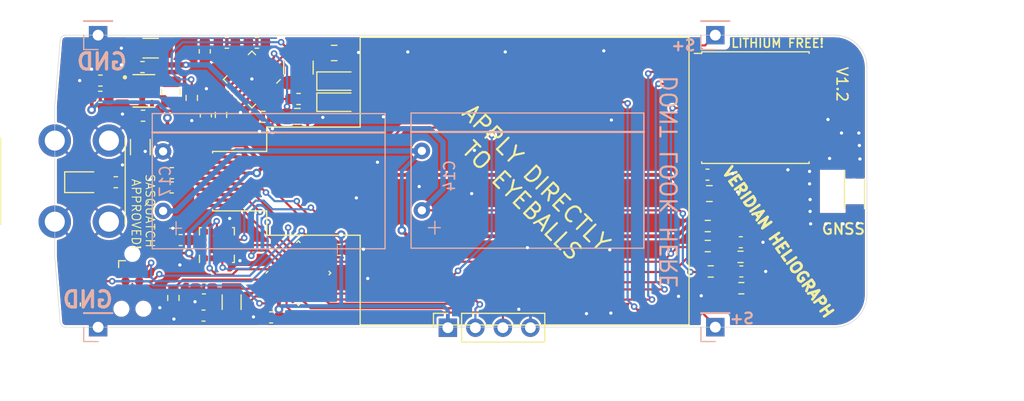
<source format=kicad_pcb>
(kicad_pcb (version 20211014) (generator pcbnew)
  (layers (0 "F.Cu" signal) (31 "B.Cu" signal) (34 "B.Paste" user) (35 "F.Paste" user) (36 "B.SilkS" user "B.Silkscreen") (37 "F.SilkS" user "F.Silkscreen") (38 "B.Mask" user) (39 "F.Mask" user) (44 "Edge.Cuts" user))
  (net 0 "")
  (net 1 "GND")
  (net 2 "VBAT_SENSE")
  (net 3 "VDD")
  (net 4 "VSTOR")
  (net 5 "GPS_EXINT")
  (net 6 "Net-(C4-Pad1)")
  (net 7 "Net-(C10-Pad1)")
  (net 8 "DISP_CS")
  (net 9 "EXTCOMIN")
  (net 11 "GPS_UART_MOSI")
  (net 12 "GPS_UART_MISO")
  (net 13 "Net-(D2-Pad2)")
  (net 14 "LED")
  (net 15 "/GPS_RF")
  (net 16 "VBAT")
  (net 17 "DISP_EN")
  (net 18 "Net-(R4-Pad1)")
  (net 19 "Net-(L2-Pad2)")
  (net 20 "Net-(L2-Pad1)")
  (net 21 "Net-(C6-Pad1)")
  (net 22 "Net-(L3-Pad2)")
  (net 23 "Net-(ROV3-Pad1)")
  (net 24 "Net-(ROV4-Pad1)")
  (net 34 "SOLAR_SENSE1")
  (net 35 "RESET")
  (net 37 "VBATMID")
  (net 38 "VBATMID_SENSE")
  (net 54 "/SWDIO")
  (net 55 "SPI_MOSI")
  (net 56 "SPI_CLK")
  (net 57 "SPI_MISO")
  (net 58 "LIS_INT")
  (net 59 "LIS_CS")
  (net 60 "SOLAR+")
  (net 61 "Net-(D1-Pad2)")
  (net 62 "Net-(D3-Pad2)")
  (net 63 "BOOT0")
  (net 65 "SWO")
  (footprint "Capacitor_SMD:C_1206_3216Metric" (layer "F.Cu") (at 57.85 51.2)
    (fp_text reference "C12" hide)
    (fp_text value "47uF")
  )
  (footprint "Resistor_SMD:R_0603_1608Metric" (layer "F.Cu") (at 54.6375 63.6 180)
    (fp_text reference "R3" hide)
    (fp_text value "390")
  )
  (footprint "Diode_SMD:D_0805_2012Metric" (layer "F.Cu") (at 51.6 63.6)
    (fp_text reference "D2" hide)
    (fp_text value "LED")
  )
  (footprint "Capacitor_SMD:C_0603_1608Metric" (layer "F.Cu") (at 57.15 57.45)
    (fp_text reference "C5" hide)
    (fp_text value "10nF")
  )
  (footprint "Capacitor_SMD:C_1206_3216Metric" (layer "F.Cu") (at 56.9 60.35 90)
    (fp_text reference "C7" hide)
    (fp_text value "47uF")
  )
  (footprint "Capacitor_SMD:C_0603_1608Metric" (layer "F.Cu") (at 57.1 52.95)
    (fp_text reference "C8" hide)
    (fp_text value "1uF")
  )
  (footprint "Resistor_SMD:R_0603_1608Metric" (layer "F.Cu") (at 53.2 55.7 180)
    (fp_text reference "R4" hide)
    (fp_text value "432k")
  )
  (footprint "Resistor_SMD:R_0603_1608Metric" (layer "F.Cu") (at 53.2125 54.2)
    (fp_text reference "R5" hide)
    (fp_text value "91k")
  )
  (footprint "Margo_Lib:VREG_TPS63802DLAR" (layer "F.Cu") (at 57.225 55.15)
    (fp_text reference "U7" hide)
    (fp_text value "TPS63802")
  )
  (footprint "Inductor_SMD:L_0806_2016Metric" (layer "F.Cu") (at 59.725 55.25 -90)
    (fp_text reference "L2" hide)
    (fp_text value "0.47uH")
  )
  (footprint "Capacitor_SMD:C_0805_2012Metric" (layer "F.Cu") (at 74.8 51.65)
    (fp_text reference "C3" hide)
    (fp_text value "4.7uF")
  )
  (footprint "Capacitor_SMD:C_0603_1608Metric" (layer "F.Cu") (at 67.6625 50.7 180)
    (fp_text reference "C6" hide)
    (fp_text value "10nF")
  )
  (footprint "Capacitor_SMD:C_0603_1608Metric" (layer "F.Cu") (at 71.5125 55.9 180)
    (fp_text reference "C19" hide)
    (fp_text value "10nF")
  )
  (footprint "Inductor_SMD:L_1210_3225Metric" (layer "F.Cu") (at 71.5 53 -90)
    (fp_text reference "L3" hide)
    (fp_text value "22uH")
  )
  (footprint "Resistor_SMD:R_0603_1608Metric" (layer "F.Cu") (at 64.8875 50.7)
    (fp_text reference "ROV3" hide)
    (fp_text value "4.30M")
  )
  (footprint "Resistor_SMD:R_0603_1608Metric" (layer "F.Cu") (at 62.85 51.5 90)
    (fp_text reference "ROV4" hide)
    (fp_text value "8.66M")
  )
  (footprint "Capacitor_SMD:C_0603_1608Metric" (layer "F.Cu") (at 59.8 62.76)
    (fp_text reference "C9" hide)
    (fp_text value "1uF")
  )
  (footprint "Capacitor_SMD:C_0603_1608Metric" (layer "F.Cu") (at 59.7875 64.08)
    (fp_text reference "C20" hide)
    (fp_text value "1uF")
  )
  (footprint "Capacitor_SMD:C_0603_1608Metric" (layer "F.Cu") (at 68.2625 57.55)
    (fp_text reference "C15" hide)
    (fp_text value "10nF")
  )
  (footprint "Capacitor_SMD:C_0805_2012Metric" (layer "F.Cu") (at 71.4 57.51 180)
    (fp_text reference "C2" hide)
    (fp_text value "4.7uF")
  )
  (footprint "Capacitor_SMD:C_0603_1608Metric" (layer "F.Cu") (at 68.975 76.1 180)
    (fp_text reference "C25" hide)
    (fp_text value "1uF")
  )
  (footprint "Heliograph:M4_RA_7792" (layer "F.Cu") (at 49 63.5 -90)
    (fp_text reference "J7" hide)
    (fp_text value "Screw_Terminal_01x01")
  )
  (footprint "Capacitor_SMD:C_0603_1608Metric" (layer "F.Cu") (at 60.625 68.95)
    (fp_text reference "C26" hide)
    (fp_text value "1uF")
  )
  (footprint "Package_LGA:LGA-16_3x3mm_P0.5mm_LayoutBorder3x5y" (layer "F.Cu") (at 63.97 69.41 90)
    (fp_text reference "U6" hide)
    (fp_text value "LIS3DH" hide)
  )
  (footprint "Margo_Lib:LS013B7DH03" (layer "F.Cu") (at 63.57 63.5 90)
    (fp_text reference "J1" hide)
    (fp_text value "Conn_01x10_Female")
  )
  (footprint "Diode_SMD:D_SOD-323_HandSoldering" (layer "F.Cu") (at 75.1 56.2)
    (fp_text reference "D1" hide)
    (fp_text value "Schottky")
  )
  (footprint "Diode_SMD:D_SOD-323_HandSoldering" (layer "F.Cu") (at 75.1 54.25)
    (fp_text reference "D3" hide)
    (fp_text value "Schottky")
  )
  (footprint "Package_DFN_QFN:QFN-20-1EP_3.5x3.5mm_P0.5mm_EP2x2mm" (layer "F.Cu") (at 67.2 54.1 -135)
    (fp_text reference "U5" hide)
    (fp_text value "BQ25505")
  )
  (footprint "Capacitor_SMD:C_0603_1608Metric" (layer "F.Cu") (at 112.35 69.15 180)
    (fp_text reference "C16" hide)
    (fp_text value "10nF")
  )
  (footprint "Resistor_SMD:R_0603_1608Metric" (layer "F.Cu") (at 109.3 67.65 180)
    (fp_text reference "R2" hide)
    (fp_text value "1M")
  )
  (footprint "Resistor_SMD:R_0603_1608Metric" (layer "F.Cu") (at 112.325 70.5 180)
    (fp_text reference "R6" hide)
    (fp_text value "1M")
  )
  (footprint "Resistor_SMD:R_0603_1608Metric" (layer "F.Cu") (at 109.575 71.85 180)
    (fp_text reference "R12" hide)
    (fp_text value "1M")
  )
  (footprint "Resistor_SMD:R_0603_1608Metric" (layer "F.Cu") (at 64.35 57.375 90)
    (fp_text reference "R15" hide)
    (fp_text value "1M")
  )
  (footprint "Resistor_SMD:R_0603_1608Metric" (layer "F.Cu") (at 112.4 73.4 180)
    (fp_text reference "R13" hide)
    (fp_text value "1M")
  )
  (footprint "Capacitor_SMD:C_0603_1608Metric" (layer "F.Cu") (at 112.4 71.85 180)
    (fp_text reference "C23" hide)
    (fp_text value "10nF")
  )
  (footprint "Capacitor_SMD:C_0603_1608Metric" (layer "F.Cu") (at 62.95 57.425 90)
    (fp_text reference "C28" hide)
    (fp_text value "10nF")
  )
  (footprint "Resistor_SMD:R_0603_1608Metric" (layer "F.Cu") (at 61.65 55.8 90)
    (fp_text reference "R14" hide)
    (fp_text value "1M")
  )
  (footprint "Capacitor_SMD:C_0402_1005Metric" (layer "F.Cu") (at 120.35 59.525 -90)
    (fp_text reference "C1" hide)
    (fp_text value "3.3pF")
  )
  (footprint "RF_GPS:ublox_MAX" (layer "F.Cu") (at 113.7 56.7)
    (fp_text reference "U2" hide)
    (fp_text value "MAX-M10Q")
  )
  (footprint "RF_Antenna:Pulse_W3011" (layer "F.Cu") (at 122.85 64.45)
    (fp_text reference "AE1" hide)
    (fp_text value "Antenna_Shield")
  )
  (footprint "Capacitor_SMD:C_0603_1608Metric" (layer "F.Cu") (at 109.275 62.9)
    (fp_text reference "C21" hide)
    (fp_text value "1uF")
  )
  (footprint "Capacitor_SMD:C_0603_1608Metric" (layer "F.Cu") (at 62.735 75.93 180)
    (fp_text reference "C10" hide)
    (fp_text value "11pF")
  )
  (footprint "Capacitor_SMD:C_0805_2012Metric" (layer "F.Cu") (at 109.45 64.65)
    (fp_text reference "C13" hide)
    (fp_text value "4.7uF")
  )
  (footprint "Package_DFN_QFN:QFN-28_4x4mm_P0.5mm" (layer "F.Cu") (at 71.5 72 45)
    (fp_text reference "U1" hide)
    (fp_text value "STM32L011G3Ux")
  )
  (footprint "Capacitor_SMD:C_0603_1608Metric" (layer "F.Cu") (at 50.85 74.9 90)
    (fp_text reference "C18" hide)
    (fp_text value "10nF")
  )
  (footprint "Capacitor_SMD:C_0603_1608Metric" (layer "F.Cu") (at 75.25 69.85)
    (fp_text reference "C11" hide)
    (fp_text value "1uF")
  )
  (footprint "Capacitor_SMD:C_0603_1608Metric" (layer "F.Cu") (at 62.77 73.42 180)
    (fp_text reference "C4" hide)
    (fp_text value "11pF")
  )
  (footprint "Connector_PinSocket_2.54mm:PinSocket_1x04_P2.54mm_Vertical" (layer "F.Cu") (at 85.3 77.05 90)
    (fp_text reference "J8" hide)
    (fp_text value "Conn_01x04_Male")
  )
  (footprint "Resistor_SMD:R_0603_1608Metric" (layer "F.Cu") (at 109.3 69.5 180)
    (fp_text reference "R7" hide)
    (fp_text value "1M")
  )
  (footprint "Resistor_SMD:R_0603_1608Metric" (layer "F.Cu") (at 59.95 74.3 90)
    (fp_text reference "R1" hide)
    (fp_text value "91k")
  )
  (footprint "Connector:Tag-Connect_TC2030-IDC-NL_2x03_P1.27mm_Vertical" (layer "F.Cu") (at 56.166 72.76 -90)
    (fp_text reference "J4" hide)
    (fp_text value "Conn_02x03_Odd_Even")
  )
  (footprint "Crystal:Crystal_SMD_3215-2Pin_3.2x1.5mm" (layer "F.Cu") (at 65.33 74.69 -90)
    (fp_text reference "Y1" hide)
    (fp_text value "32.768")
  )
  (footprint "Connector_PinHeader_2.54mm:PinHeader_1x01_P2.54mm_Vertical" (layer "B.Cu") (at 110 50)
    (fp_text reference "J2" hide)
    (fp_text value "Solar1+")
  )
  (footprint "Connector_PinHeader_2.54mm:PinHeader_1x01_P2.54mm_Vertical" (layer "B.Cu") (at 110 77)
    (fp_text reference "J5" hide)
    (fp_text value "Solar2+")
  )
  (footprint "Connector_PinHeader_2.54mm:PinHeader_1x01_P2.54mm_Vertical" (layer "B.Cu") (at 53 77)
    (fp_text reference "J6" hide)
    (fp_text value "GND")
  )
  (footprint "Connector_PinHeader_2.54mm:PinHeader_1x01_P2.54mm_Vertical" (layer "B.Cu") (at 53 50)
    (fp_text reference "J3" hide)
    (fp_text value "GND")
  )
  (footprint "Veridian-Library-KiCad:SCCT20E106SRB" (layer "B.Cu") (at 59 63.5 90)
    (fp_text reference "C17")
    (fp_text value "10F")
  )
  (footprint "Veridian-Library-KiCad:SCCT20E106SRB" (layer "B.Cu") (at 82.9 63.45 90)
    (fp_text reference "C14")
    (fp_text value "10F")
  )
  (gr_arc (start 50 77) (mid 49.662949 76.871723) (end 49.5 76.55) (layer "Edge.Cuts") (width 0.05))
  (gr_arc (start 121 50) (mid 123.12132 50.87868) (end 124 53) (layer "Edge.Cuts") (width 0.05))
  (gr_line (start 49 56.5) (end 49.502481 50.450248) (layer "Edge.Cuts") (width 0.05))
  (gr_line (start 49.5 76.55) (end 49 70.5) (layer "Edge.Cuts") (width 0.05))
  (gr_line (start 124 53) (end 124 74) (layer "Edge.Cuts") (width 0.05))
  (gr_line (start 121 77) (end 50 77) (layer "Edge.Cuts") (width 0.05))
  (gr_arc (start 124 74) (mid 123.12132 76.12132) (end 121 77) (layer "Edge.Cuts") (width 0.05))
  (gr_line (start 49 56.5) (end 49 70.5) (layer "Edge.Cuts") (width 0.05))
  (gr_line (start 50 50) (end 121 50) (layer "Edge.Cuts") (width 0.05))
  (gr_arc (start 49.502481 50.450248) (mid 49.664497 50.129274) (end 50 50) (layer "Edge.Cuts") (width 0.05))
  (gr_text "GND" (at 52.05 74.45) (layer "B.SilkS") (effects (font (size 1.5 1.5) (thickness 0.3)) (justify mirror)))
  (gr_text "S+" (at 107.05 50.95) (layer "B.SilkS") (effects (font (size 1 1) (thickness 0.2)) (justify mirror)))
  (gr_text "S+" (at 112.45 76.2) (layer "B.SilkS") (effects (font (size 1 1) (thickness 0.2)) (justify mirror)))
  (gr_text "GND" (at 53.35 52.45) (layer "B.SilkS") (effects (font (size 1.5 1.5) (thickness 0.3)) (justify mirror)))
  (gr_text "DONT LOOK HERE " (at 105.75 64.15 90) (layer "B.SilkS") (effects (font (size 1.5 1.5) (thickness 0.2)) (justify mirror)))
  (gr_text "V1.2" (at 121.7 54.55 270) (layer "F.SilkS") (effects (font (size 1 1))))
  (gr_text "LITHIUM FREE!" (at 115.75 50.75) (layer "F.SilkS") (effects (font (size 0.8 0.8))))
  (gr_text "VERIDIAN HELIOGRAPH" (at 115.8 69.15 -55) (layer "F.SilkS") (effects (font (size 1 1) (thickness 0.25))))
  (gr_text "APPLY DIRECTLY \nTO EYEBALLS" (at 93 64.45 -45) (layer "F.SilkS") (effects (font (size 1.5 1.5) (thickness 0.2))))
  (gr_text "SASQUATCH \nAPPROVED!" (at 57.15 66.55 270) (layer "F.SilkS") (effects (font (size 0.8 0.8) (thickness 0.1))))
  (gr_text "GNSS" (at 121.825 67.925) (layer "F.SilkS") (effects (font (size 1 1) (thickness 0.18))))
  (segment (start 64.97 70.635) (end 65.882533 70.635) (width 0.2) (layer "F.Cu") (net 1))
  (segment (start 56.325 55.15) (end 57 55.15) (width 0.2) (layer "F.Cu") (net 1))
  (segment (start 69.100349 53.613864) (end 68.614213 54.1) (width 0.2) (layer "F.Cu") (net 1))
  (segment (start 68.614213 54.1) (end 68.26066 54.1) (width 0.2) (layer "F.Cu") (net 1))
  (segment (start 57 55.15) (end 57.775 55.15) (width 0.2) (layer "F.Cu") (net 1))
  (segment (start 66.713864 56.000349) (end 67.2 55.514213) (width 0.2) (layer "F.Cu") (net 1))
  (segment (start 57 55.15) (end 57 56.8125) (width 0.2) (layer "F.Cu") (net 1))
  (segment (start 57 56.8125) (end 56.3625 57.45) (width 0.2) (layer "F.Cu") (net 1))
  (segment (start 67.2 55.514213) (end 67.2 55.16066) (width 0.2) (layer "F.Cu") (net 1))
  (segment (start 67.686136 52.199651) (end 67.2 52.685787) (width 0.2) (layer "F.Cu") (net 1))
  (segment (start 67.2 52.685787) (end 67.2 53.03934) (width 0.2) (layer "F.Cu") (net 1))
  (segment (start 65.882533 70.635) (end 66.1 70.852467) (width 0.2) (layer "F.Cu") (net 1))
  (via (at 55.25 62) (size 0.6) (drill 0.3) (layers "F.Cu" "B.Cu") (net 1))
  (via (at 123.35 61.45) (size 0.6) (drill 0.3) (layers "F.Cu" "B.Cu") (net 1))
  (via (at 111.6 62.8) (size 0.6) (drill 0.3) (layers "F.Cu" "B.Cu") (net 1))
  (via (at 118.75 65.2) (size 0.6) (drill 0.3) (layers "F.Cu" "B.Cu") (net 1))
  (via (at 92.65 69.65) (size 0.6) (drill 0.3) (layers "F.Cu" "B.Cu") (net 1))
  (via (at 100.25 69.85) (size 0.6) (drill 0.3) (layers "F.Cu" "B.Cu") (net 1))
  (via (at 118.7 62.6) (size 0.6) (drill 0.3) (layers "F.Cu" "B.Cu") (net 1))
  (via (at 76.85 65.05) (size 0.6) (drill 0.3) (layers "F.Cu" "B.Cu") (net 1))
  (via (at 120.2 67.45) (size 0.6) (drill 0.3) (layers "F.Cu" "B.Cu") (net 1))
  (via (at 57.35 60.75) (size 0.6) (drill 0.3) (layers "F.Cu" "B.Cu") (net 1))
  (via (at 108.7 74.1) (size 0.6) (drill 0.3) (layers "F.Cu" "B.Cu") (net 1))
  (via (at 58.7 75.2) (size 0.6) (drill 0.3) (layers "F.Cu" "B.Cu") (net 1))
  (via (at 65.15 66.95) (size 0.6) (drill 0.3) (layers "F.Cu" "B.Cu") (net 1))
  (via (at 66.15 57.15) (size 0.6) (drill 0.3) (layers "F.Cu" "B.Cu") (net 1))
  (via (at 120.4 57.8) (size 0.6) (drill 0.3) (layers "F.Cu" "B.Cu") (net 1))
  (via (at 77.5 69.8) (size 0.6) (drill 0.3) (layers "F.Cu" "B.Cu") (net 1))
  (via (at 98.1 75.75) (size 0.6) (drill 0.3) (layers "F.Cu" "B.Cu") (net 1))
  (via (at 123.25 59.05) (size 0.6) (drill 0.3) (layers "F.Cu" "B.Cu") (net 1))
  (via (at 123.3 60.2) (size 0.6) (drill 0.3) (layers "F.Cu" "B.Cu") (net 1))
  (via (at 87.5 64.65) (size 0.6) (drill 0.3) (layers "F.Cu" "B.Cu") (net 1))
  (via (at 66.1 70.852467) (size 0.6) (drill 0.3) (layers "F.Cu" "B.Cu") (net 1))
  (via (at 55.15 51.2) (size 0.6) (drill 0.3) (layers "F.Cu" "B.Cu") (net 1))
  (via (at 67.2 54.05) (size 0.6) (drill 0.3) (layers "F.Cu" "B.Cu") (net 1))
  (via (at 112.05 64.5) (size 0.6) (drill 0.3) (layers "F.Cu" "B.Cu") (net 1))
  (via (at 118.75 66.3) (size 0.6) (drill 0.3) (layers "F.Cu" "B.Cu") (net 1))
  (via (at 63 54.95) (size 0.6) (drill 0.3) (layers "F.Cu" "B.Cu") (net 1))
  (via (at 77.05 51.6) (size 0.6) (drill 0.3) (layers "F.Cu" "B.Cu") (net 1))
  (via (at 120.55 61.4) (size 0.6) (drill 0.3) (layers "F.Cu" "B.Cu") (net 1))
  (via (at 114.4 69.15) (size 0.6) (drill 0.3) (layers "F.Cu" "B.Cu") (net 1))
  (via (at 114.65 71.85) (size 0.6) (drill 0.3) (layers "F.Cu" "B.Cu") (net 1))
  (via (at 61.65 57.9) (size 0.6) (drill 0.3) (layers "F.Cu" "B.Cu") (net 1))
  (via (at 78.8 61.75) (size 0.6) (drill 0.3) (layers "F.Cu" "B.Cu") (net 1))
  (via (at 90.6 51.55) (size 0.6) (drill 0.3) (layers "F.Cu" "B.Cu") (net 1))
  (via (at 118.8 67.45) (size 0.6) (drill 0.3) (layers "F.Cu" "B.Cu") (net 1))
  (via (at 60 76.25) (size 0.6) (drill 0.3) (layers "F.Cu" "B.Cu") (net 1))
  (via (at 81.6 51.55) (size 0.6) (drill 0.3) (layers "F.Cu" "B.Cu") (net 1))
  (via (at 59.9 67.85) (size 0.6) (drill 0.3) (layers "F.Cu" "B.Cu") (net 1))
  (via (at 123.15 67.4) (size 0.6) (drill 0.3) (layers "F.Cu" "B.Cu") (net 1))
  (via (at 116.7 62.45) (size 0.6) (drill 0.3) (layers "F.Cu" "B.Cu") (net 1))
  (via (at 87.75 60.65) (size 0.6) (drill 0.3) (layers "F.Cu" "B.Cu") (net 1))
  (via (at 55.25 57.3) (size 0.6) (drill 0.3) (layers "F.Cu" "B.Cu") (net 1))
  (via (at 61.95 74.65) (size 0.6) (drill 0.3) (layers "F.Cu" "B.Cu") (net 1))
  (via (at 57.8 63.35) (size 0.6) (drill 0.3) (layers "F.Cu" "B.Cu") (net 1))
  (via (at 106.6 74.15) (size 0.6) (drill 0.3) (layers "F.Cu" "B.Cu") (net 1))
  (via (at 79.35 57.55) (size 0.6) (drill 0.3) (layers "F.Cu" "B.Cu") (net 1))
  (via (at 100.4 57.85) (size 0.6) (drill 0.3) (layers "F.Cu" "B.Cu") (net 1))
  (via (at 118.7 63.75) (size 0.6) (drill 0.3) (layers "F.Cu" "B.Cu") (net 1))
  (via (at 52.4 53.15) (size 0.6) (drill 0.3) (layers "F.Cu" "B.Cu") (net 1))
  (via (at 77.9 72.5) (size 0.6) (drill 0.3) (layers "F.Cu" "B.Cu") (net 1))
  (via (at 67.9 58.9) (size 0.6) (drill 0.3) (layers "F.Cu" "B.Cu") (net 1))
  (via (at 55.15 52.75) (size 0.6) (drill 0.3) (layers "F.Cu" "B.Cu") (net 1))
  (via (at 51.3 54.2) (size 0.6) (drill 0.3) (layers "F.Cu" "B.Cu") (net 1))
  (via (at 82.65 64) (size 0.6) (drill 0.3) (layers "F.Cu" "B.Cu") (net 1))
  (via (at 73.75 57.6) (size 0.6) (drill 0.3) (layers "F.Cu" "B.Cu") (net 1))
  (via (at 99.7 51.45) (size 0.6) (drill 0.3) (layers "F.Cu" "B.Cu") (net 1))
  (via (at 121.8 67.45) (size 0.6) (drill 0.3) (layers "F.Cu" "B.Cu") (net 1))
  (via (at 121.65 59.05) (size 0.6) (drill 0.3) (layers "F.Cu" "B.Cu") (net 1))
  (via (at 100.35 75.7) (size 0.6) (drill 0.3) (layers "F.Cu" "B.Cu") (net 1))
  (via (at 60.55 71.25) (size 0.6) (drill 0.3) (layers "F.Cu" "B.Cu") (net 1))
  (via (at 67.35 76.05) (size 0.6) (drill 0.3) (layers "F.Cu" "B.Cu") (net 1))
  (via (at 91.85 75.35) (size 0.6) (drill 0.3) (layers "F.Cu" "B.Cu") (net 1))
  (segment (start 111.625 73.35) (end 111.575 73.4) (width 0.2) (layer "F.Cu") (net 2))
  (segment (start 111.025 72.85) (end 88.25 72.85) (width 0.2) (layer "F.Cu") (net 2))
  (segment (start 86.26048 74.83952) (end 74.33952 74.83952) (width 0.2) (layer "F.Cu") (net 2))
  (segment (start 88.25 72.85) (end 86.26048 74.83952) (width 0.2) (layer "F.Cu") (net 2))
  (segment (start 110.4 71.85) (end 111.625 71.85) (width 0.2) (layer "F.Cu") (net 2))
  (segment (start 111.625 71.85) (end 111.625 73.35) (width 0.2) (layer "F.Cu") (net 2))
  (segment (start 111.575 73.4) (end 111.025 72.85) (width 0.2) (layer "F.Cu") (net 2))
  (segment (start 74.33952 74.83952) (end 72.870019 73.370019) (width 0.2) (layer "F.Cu") (net 2))
  (segment (start 69.7 76.05) (end 69.75 76.1) (width 0.35) (layer "F.Cu") (net 3))
  (segment (start 61.4 70.3) (end 61.4 70.15) (width 0.2) (layer "F.Cu") (net 3))
  (segment (start 61.8 60.2) (end 66.5 60.2) (width 0.35) (layer "F.Cu") (net 3))
  (segment (start 67.65 62.75) (end 68.35 62.05) (width 0.35) (layer "F.Cu") (net 3))
  (segment (start 60.5975 62.75) (end 60.5875 62.76) (width 0.35) (layer "F.Cu") (net 3))
  (segment (start 62.97 70.635) (end 62.605 71) (width 0.2) (layer "F.Cu") (net 3))
  (segment (start 59.4 58.65) (end 59.55 58.8) (width 0.35) (layer "F.Cu") (net 3))
  (segment (start 61.4 70.15) (end 61.4 68.95) (width 0.35) (layer "F.Cu") (net 3))
  (segment (start 108.5 64.65) (end 107.55 64.65) (width 0.35) (layer "F.Cu") (net 3))
  (segment (start 57.975 56.15) (end 57.975 57.5875) (width 0.35) (layer "F.Cu") (net 3))
  (segment (start 107.55 64.65) (end 105.825 62.925) (width 0.35) (layer "F.Cu") (net 3))
  (segment (start 69.7 75.35) (end 69.7 76.05) (width 0.35) (layer "F.Cu") (net 3))
  (segment (start 74.475 69.85) (end 74.475 68.475) (width 0.35) (layer "F.Cu") (net 3))
  (segment (start 57.9625 57.6) (end 57.9625 58.8) (width 0.35) (layer "F.Cu") (net 3))
  (segment (start 108.275 62.925) (end 108.5 62.925) (width 0.35) (layer "F.Cu") (net 3))
  (segment (start 57.9625 58.8) (end 56.975 58.8) (width 0.35) (layer "F.Cu") (net 3))
  (segment (start 107.25 57.8) (end 106.95 58.1) (width 0.35) (layer "F.Cu") (net 3))
  (segment (start 108.95 58.9) (end 108.85 59) (width 0.35) (layer "F.Cu") (net 3))
  (segment (start 52.4125 55.7) (end 52.4125 56.8875) (width 0.35) (layer "F.Cu") (net 3))
  (segment (start 74.475 68.475) (end 74.475 63.025) (width 0.35) (layer "F.Cu") (net 3))
  (segment (start 62.605 71) (end 62.1 71) (width 0.2) (layer "F.Cu") (net 3))
  (segment (start 108.95 57.8) (end 107.25 57.8) (width 0.35) (layer "F.Cu") (net 3))
  (segment (start 106.95 61.6) (end 108.275 62.925) (width 0.35) (layer "F.Cu") (net 3))
  (segment (start 75.45 68.45) (end 75.425 68.475) (width 0.35) (layer "F.Cu") (net 3))
  (segment (start 61.0775 63.25) (end 60.5875 62.76) (width 0.2) (layer "F.Cu") (net 3))
  (segment (start 64.07 63.25) (end 61.0775 63.25) (width 0.2) (layer "F.Cu") (net 3))
  (segment (start 62.1 71) (end 61.4 70.3) (width 0.2) (layer "F.Cu") (net 3))
  (segment (start 59 70.15) (end 58.1 69.25) (width 0.25) (layer "F.Cu") (net 3))
  (segment (start 107.05 60) (end 106.95 60.1) (width 0.35) (layer "F.Cu") (net 3))
  (segment (start 55.2 69.75) (end 55.2 71.159) (width 0.25) (layer "F.Cu") (net 3))
  (segment (start 61.4 70.15) (end 59 70.15) (width 0.25) (layer "F.Cu") (net 3))
  (segment (start 70.483534 73.723573) (end 69.7 74.507107) (width 0.35) (layer "F.Cu") (net 3))
  (segment (start 73.223573 70.976427) (end 74.35 69.85) (width 0.2) (layer "F.Cu") (net 3))
  (segment (start 57.9625 58.8) (end 59.55 58.8) (width 0.35) (layer "F.Cu") (net 3))
  (segment (start 56.975 58.8) (end 56.9 58.875) (width 0.35) (layer "F.Cu") (net 3))
  (segment (start 69.7 74.507107) (end 69.7 75.35) (width 0.35) (layer "F.Cu") (net 3))
  (segment (start 106.95 59) (end 106.95 60.1) (width 0.35) (layer "F.Cu") (net 3))
  (segment (start 106.95 60.1) (end 106.95 61.6) (width 0.35) (layer "F.Cu") (net 3))
  (segment (start 62.745 68.91) (end 61.625 68.91) (width 0.2) (layer "F.Cu") (net 3))
  (segment (start 55.2 71.159) (end 55.531 71.49) (width 0.25) (layer "F.Cu") (net 3))
  (segment (start 106.95 58.1) (end 106.95 59) (width 0.35) (layer "F.Cu") (net 3))
  (segment (start 69.225 62.925) (end 68.35 62.05) (width 0.35) (layer "F.Cu") (net 3))
  (segment (start 108.5 64.65) (end 108.5 62.925) (width 0.35) (layer "F.Cu") (net 3))
  (segment (start 59.55 58.8) (end 60.4 58.8) (width 0.35) (layer "F.Cu") (net 3))
  (segment (start 64.07 62.75) (end 67.65 62.75) (width 0.25) (layer "F.Cu") (net 3))
  (segment (start 75.425 68.475) (end 74.475 68.475) (width 0.35) (layer "F.Cu") (net 3))
  (segment (start 58.1 69.25) (end 55.7 69.25) (width 0.25) (layer "F.Cu") (net 3))
  (segment (start 108.85 59) (end 106.95 59) (width 0.35) (layer "F.Cu") (net 3))
  (segment (start 64.07 62.25) (end 61.0975 62.25) (width 0.2) (layer "F.Cu") (net 3))
  (segment (start 55.7 69.25) (end 55.2 69.75) (width 0.25) (layer "F.Cu") (net 3))
  (segment (start 108.95 60) (end 107.05 60) (width 0.35) (layer "F.Cu") (net 3))
  (segment (start 60.4 58.8) (end 61.8 60.2) (width 0.35) (layer "F.Cu") (net 3))
  (segment (start 64.07 62.75) (end 60.5975 62.75) (width 0.25) (layer "F.Cu") (net 3))
  (segment (start 66.5 60.2) (end 68.35 62.05) (width 0.35) (layer "F.Cu") (net 3))
  (segment (start 57.975 57.5875) (end 57.9625 57.6) (width 0.35) (layer "F.Cu") (net 3))
  (segment (start 52.4125 56.8875) (end 52.4 56.9) (width 0.35) (layer "F.Cu") (net 3))
  (segment (start 74.35 69.85) (end 74.475 69.85) (width 0.35) (layer "F.Cu") (net 3))
  (segment (start 105.825 62.925) (end 69.225 62.925) (width 0.35) (layer "F.Cu") (net 3))
  (segment (start 59.4 57.65) (end 59.4 58.65) (width 0.35) (layer "F.Cu") (net 3))
  (segment (start 61.0975 62.25) (end 60.5875 62.76) (width 0.2) (layer "F.Cu") (net 3))
  (via (at 59.4 57.65) (size 0.8) (drill 0.4) (layers "F.Cu" "B.Cu") (net 3))
  (via (at 75.45 68.45) (size 0.8) (drill 0.4) (layers "F.Cu" "B.Cu") (net 3))
  (via (at 52.4 56.9) (size 0.8) (drill 0.4) (layers "F.Cu" "B.Cu") (net 3))
  (via (at 69.7 75.35) (size 0.8) (drill 0.4) (layers "F.Cu" "B.Cu") (net 3))
  (via (at 61.4 70.15) (size 0.8) (drill 0.4) (layers "F.Cu" "B.Cu") (net 3))
  (via (at 67.65 62.75) (size 0.8) (drill 0.4) (layers "F.Cu" "B.Cu") (net 3))
  (segment (start 75.45 75.05) (end 84.9 75.05) (width 0.35) (layer "B.Cu") (net 3))
  (segment (start 69.7 75.35) (end 70 75.05) (width 0.35) (layer "B.Cu") (net 3))
  (segment (start 61.4 70.15) (end 61.4 68.25) (width 0.35) (layer "B.Cu") (net 3))
  (segment (start 85.3 75.45) (end 85.3 76.87548) (width 0.35) (layer "B.Cu") (net 3))
  (segment (start 59.4 57.1) (end 59.4 57.65) (width 0.35) (layer "B.Cu") (net 3))
  (segment (start 70 75.05) (end 75.45 75.05) (width 0.35) (layer "B.Cu") (net 3))
  (segment (start 52.4 56.9) (end 53.1 56.2) (width 0.35) (layer "B.Cu") (net 3))
  (segment (start 84.9 75.05) (end 85.3 75.45) (width 0.35) (layer "B.Cu") (net 3))
  (segment (start 66.9 62.75) (end 67.65 62.75) (width 0.35) (layer "B.Cu") (net 3))
  (segment (start 58.5 56.2) (end 59.4 57.1) (width 0.35) (layer "B.Cu") (net 3))
  (segment (start 61.4 68.25) (end 66.9 62.75) (width 0.35) (layer "B.Cu") (net 3))
  (segment (start 75.45 75.05) (end 75.45 68.45) (width 0.35) (layer "B.Cu") (net 3))
  (segment (start 53.1 56.2) (end 58.5 56.2) (width 0.35) (layer "B.Cu") (net 3))
  (segment (start 68.393243 52.906757) (end 69.25 52.05) (width 0.2) (layer "F.Cu") (net 4))
  (segment (start 69.25 52.05) (end 69.25 51.7) (width 0.2) (layer "F.Cu") (net 4))
  (segment (start 70.45 56.6) (end 70.45 56.175) (width 0.2) (layer "F.Cu") (net 4))
  (segment (start 68.746796 54.939689) (end 69.707107 55.9) (width 0.2) (layer "F.Cu") (net 4))
  (segment (start 70.45 57.51) (end 70.45 56.6) (width 0.2) (layer "F.Cu") (net 4))
  (segment (start 69.707107 55.9) (end 70.725 55.9) (width 0.2) (layer "F.Cu") (net 4))
  (segment (start 70.45 56.175) (end 70.725 55.9) (width 0.2) (layer "F.Cu") (net 4))
  (via (at 70.45 56.6) (size 0.6) (drill 0.3) (layers "F.Cu" "B.Cu") (net 4))
  (via (at 69.25 51.7) (size 0.6) (drill 0.3) (layers "F.Cu" "B.Cu") (net 4))
  (segment (start 69.25 51.7) (end 70.45 52.9) (width 0.2) (layer "B.Cu") (net 4))
  (segment (start 70.45 52.9) (end 70.45 56.6) (width 0.2) (layer "B.Cu") (net 4))
  (segment (start 108.15 69.6) (end 106.5 69.6) (width 0.2) (layer "F.Cu") (net 5))
  (segment (start 105.15 70.95) (end 105.9 70.2) (width 0.2) (layer "F.Cu") (net 5))
  (segment (start 108.55 69.2) (end 108.15 69.6) (width 0.2) (layer "F.Cu") (net 5))
  (segment (start 74.67132 70.95) (end 105.15 70.95) (width 0.2) (layer "F.Cu") (net 5))
  (segment (start 106.5 69.6) (end 105.9 70.2) (width 0.2) (layer "F.Cu") (net 5))
  (segment (start 108.9 56.75) (end 108.95 56.7) (width 0.2) (layer "F.Cu") (net 5))
  (segment (start 106.05 56.75) (end 108.9 56.75) (width 0.2) (layer "F.Cu") (net 5))
  (segment (start 73.973106 71.648214) (end 74.67132 70.95) (width 0.2) (layer "F.Cu") (net 5))
  (via (at 106.05 56.75) (size 0.6) (drill 0.3) (layers "F.Cu" "B.Cu") (net 5))
  (via (at 105.9 70.2) (size 0.6) (drill 0.3) (layers "F.Cu" "B.Cu") (net 5))
  (segment (start 105.9 56.9) (end 106.05 56.75) (width 0.2) (layer "B.Cu") (net 5))
  (segment (start 105.9 70.2) (end 105.9 56.9) (width 0.2) (layer "B.Cu") (net 5))
  (segment (start 68.652893 73.44) (end 65.33 73.44) (width 0.2) (layer "F.Cu") (net 6))
  (segment (start 65.31 73.42) (end 65.33 73.44) (width 0.2) (layer "F.Cu") (net 6))
  (segment (start 69.422874 72.670019) (end 68.652893 73.44) (width 0.2) (layer "F.Cu") (net 6))
  (segment (start 63.545 73.42) (end 65.31 73.42) (width 0.2) (layer "F.Cu") (net 6))
  (segment (start 69.776427 73.016466) (end 68.632394 74.160499) (width 0.2) (layer "F.Cu") (net 7))
  (segment (start 63.52 75.94) (end 63.51 75.93) (width 0.2) (layer "F.Cu") (net 7))
  (segment (start 65.73 75.94) (end 65.33 75.94) (width 0.2) (layer "F.Cu") (net 7))
  (segment (start 67.509501 74.160499) (end 65.73 75.94) (width 0.2) (layer "F.Cu") (net 7))
  (segment (start 68.632394 74.160499) (end 67.509501 74.160499) (width 0.2) (layer "F.Cu") (net 7))
  (segment (start 65.33 75.94) (end 63.52 75.94) (width 0.2) (layer "F.Cu") (net 7))
  (segment (start 69.6 66.9) (end 69.6 68.685787) (width 0.2) (layer "F.Cu") (net 8))
  (segment (start 69.6 68.685787) (end 70.837087 69.922874) (width 0.2) (layer "F.Cu") (net 8))
  (segment (start 64.07 64.75) (end 67.45 64.75) (width 0.2) (layer "F.Cu") (net 8))
  (segment (start 67.45 64.75) (end 69.6 66.9) (width 0.2) (layer "F.Cu") (net 8))
  (segment (start 73 67.204406) (end 73 69.792893) (width 0.2) (layer "F.Cu") (net 9))
  (segment (start 71.35 65.554406) (end 73 67.204406) (width 0.2) (layer "F.Cu") (net 9))
  (segment (start 71.35 65.35) (end 71.35 65.554406) (width 0.2) (layer "F.Cu") (net 9))
  (segment (start 73 69.792893) (end 72.516466 70.276427) (width 0.2) (layer "F.Cu") (net 9))
  (segment (start 68.2 64.25) (end 68.5 64.55) (width 0.2) (layer "F.Cu") (net 9))
  (segment (start 64.07 64.25) (end 68.2 64.25) (width 0.2) (layer "F.Cu") (net 9))
  (via (at 71.35 65.35) (size 0.6) (drill 0.3) (layers "F.Cu" "B.Cu") (net 9))
  (via (at 68.5 64.55) (size 0.6) (drill 0.3) (layers "F.Cu" "B.Cu") (net 9))
  (segment (start 71.35 65.35) (end 69.3 65.35) (width 0.2) (layer "B.Cu") (net 9))
  (segment (start 69.3 65.35) (end 68.5 64.55) (width 0.2) (layer "B.Cu") (net 9))
  (segment (start 88.7395 73.5105) (end 87.7 74.55) (width 0.2) (layer "F.Cu") (net 11))
  (segment (start 87.7 74.55) (end 87.9 74.55) (width 0.2) (layer "F.Cu") (net 11))
  (segment (start 87.9 74.55) (end 88.25 74.9) (width 0.2) (layer "F.Cu") (net 11))
  (segment (start 104.75 54.5) (end 108.95 54.5) (width 0.2) (layer "F.Cu") (net 11))
  (segment (start 72.62868 75.25) (end 87 75.25) (width 0.2) (layer "F.Cu") (net 11))
  (segment (start 105.308388 73.5105) (end 88.7395 73.5105) (width 0.2) (layer "F.Cu") (net 11))
  (segment (start 71.851786 74.473106) (end 72.62868 75.25) (width 0.2) (layer "F.Cu") (net 11))
  (segment (start 87 75.25) (end 87.7 74.55) (width 0.2) (layer "F.Cu") (net 11))
  (via (at 104.75 54.5) (size 0.6) (drill 0.3) (layers "F.Cu" "B.Cu") (net 11))
  (via (at 105.308388 73.5105) (size 0.6) (drill 0.3) (layers "F.Cu" "B.Cu") (net 11))
  (via (at 88.25 74.9) (size 0.6) (drill 0.3) (layers "F.Cu" "B.Cu") (net 11))
  (segment (start 104.75 54.5) (end 104.5 54.75) (width 0.2) (layer "B.Cu") (net 11))
  (segment (start 104.5 72.702112) (end 105.308388 73.5105) (width 0.2) (layer "B.Cu") (net 11))
  (segment (start 104.5 54.75) (end 104.5 72.702112) (width 0.2) (layer "B.Cu") (net 11))
  (segment (start 87.84 75.31) (end 87.84 76.87548) (width 0.2) (layer "B.Cu") (net 11))
  (segment (start 88.25 74.9) (end 87.84 75.31) (width 0.2) (layer "B.Cu") (net 11))
  (segment (start 90.1 75.45) (end 90.1 75.6) (width 0.2) (layer "F.Cu") (net 12))
  (segment (start 90.38 75.88) (end 90.38 76.87548) (width 0.2) (layer "F.Cu") (net 12))
  (segment (start 70.4 74.514213) (end 70.4 75.1) (width 0.2) (layer "F.Cu") (net 12))
  (segment (start 108.95 53.4) (end 103.95 53.4) (width 0.2) (layer "F.Cu") (net 12))
  (segment (start 70.4 75.1) (end 70.94952 75.64952) (width 0.2) (layer "F.Cu") (net 12))
  (segment (start 104.15 74.45) (end 91.1 74.45) (width 0.2) (layer "F.Cu") (net 12))
  (segment (start 90.05048 75.64952) (end 90.1 75.6) (width 0.2) (layer "F.Cu") (net 12))
  (segment (start 90.1 75.6) (end 90.38 75.88) (width 0.2) (layer "F.Cu") (net 12))
  (segment (start 103.95 53.4) (end 103.8 53.55) (width 0.2) (layer "F.Cu") (net 12))
  (segment (start 91.1 74.45) (end 90.1 75.45) (width 0.2) (layer "F.Cu") (net 12))
  (segment (start 70.837087 74.077126) (end 70.4 74.514213) (width 0.2) (layer "F.Cu") (net 12))
  (segment (start 70.94952 75.64952) (end 90.05048 75.64952) (width 0.2) (layer "F.Cu") (net 12))
  (via (at 104.15 74.45) (size 0.6) (drill 0.3) (layers "F.Cu" "B.Cu") (net 12))
  (via (at 103.8 53.55) (size 0.6) (drill 0.3) (layers "F.Cu" "B.Cu") (net 12))
  (segment (start 103.8 53.55) (end 103.8 74.1) (width 0.2) (layer "B.Cu") (net 12))
  (segment (start 103.8 74.1) (end 104.15 74.45) (width 0.2) (layer "B.Cu") (net 12))
  (segment (start 52.5375 63.6) (end 53.85 63.6) (width 0.2) (layer "F.Cu") (net 13))
  (segment (start 120.34 60) (end 120.35 60.01) (width 0.2) (layer "F.Cu") (net 15))
  (segment (start 122.35 62.01) (end 122.35 62.85) (width 0.2) (layer "F.Cu") (net 15))
  (segment (start 118.45 60) (end 120.34 60) (width 0.2) (layer "F.Cu") (net 15))
  (arc (start 120.35 60.01) (mid 121.764214 60.595786) (end 122.35 62.01) (width 0.2) (layer "F.Cu") (net 15))
  (segment (start 82.9 66.2) (end 106.7 66.2) (width 0.2) (layer "F.Cu") (net 16))
  (segment (start 108.7 71.9) (end 108.75 71.85) (width 0.2) (layer "F.Cu") (net 16))
  (segment (start 59.275 52.825) (end 59.325 52.775) (width 0.2) (layer "F.Cu") (net 16))
  (segment (start 69.05 55.95) (end 69.05 57.55) (width 0.2) (layer "F.Cu") (net 16))
  (segment (start 57.975 54.15) (end 57.975 52.9125) (width 0.3) (layer "F.Cu") (net 16))
  (segment (start 61.1 52.75) (end 59.35 52.75) (width 0.5) (layer "F.Cu") (net 16))
  (segment (start 69.1 58.65) (end 69.1 57.6) (width 0.2) (layer "F.Cu") (net 16))
  (segment (start 106.7 66.2) (end 107 66.5) (width 0.2) (layer "F.Cu") (net 16))
  (segment (start 57.975 52.9125) (end 57.8875 52.825) (width 0.2) (layer "F.Cu") (net 16))
  (segment (start 56.325 54.15) (end 57.975 54.15) (width 0.2) (layer "F.Cu") (net 16))
  (segment (start 69.1 57.6) (end 69.05 57.55) (width 0.2) (layer "F.Cu") (net 16))
  (segment (start 68.393243 55.293243) (end 69.05 55.95) (width 0.2) (layer "F.Cu") (net 16))
  (segment (start 59.325 51.2) (end 59.325 52.775) (width 0.4) (layer "F.Cu") (net 16))
  (segment (start 57.8875 52.825) (end 59.275 52.825) (width 0.4) (layer "F.Cu") (net 16))
  (segment (start 107.7 71.9) (end 108.7 71.9) (width 0.2) (layer "F.Cu") (net 16))
  (via (at 61.1 52.75) (size 0.6) (drill 0.3) (layers "F.Cu" "B.Cu") (net 16))
  (via (at 107.7 71.9) (size 0.6) (drill 0.3) (layers "F.Cu" "B.Cu") (net 16))
  (via (at 107 66.5) (size 0.6) (drill 0.3) (layers "F.Cu" "B.Cu") (net 16))
  (via (at 69.1 58.65) (size 0.6) (drill 0.3) (layers "F.Cu" "B.Cu") (net 16))
  (segment (start 107 66.5) (end 107 71.2) (width 0.2) (layer "B.Cu") (net 16))
  (segment (start 84.85 64.25) (end 84.85 59.9) (width 0.5) (layer "B.Cu") (net 16))
  (segment (start 83.6 58.65) (end 69.1 58.65) (width 0.5) (layer "B.Cu") (net 16))
  (segment (start 84.85 59.9) (end 83.6 58.65) (width 0.5) (layer "B.Cu") (net 16))
  (segment (start 107 71.2) (end 107.7 71.9) (width 0.2) (layer "B.Cu") (net 16))
  (segment (start 82.9 66.2) (end 84.85 64.25) (width 0.5) (layer "B.Cu") (net 16))
  (segment (start 63.2 52.75) (end 61.1 52.75) (width 0.5) (layer "B.Cu") (net 16))
  (segment (start 69.1 58.65) (end 63.2 52.75) (width 0.5) (layer "B.Cu") (net 16))
  (segment (start 64.07 63.75) (end 60.905 63.75) (width 0.2) (layer "F.Cu") (net 17))
  (segment (start 64.07 63.75) (end 68.619846 63.75) (width 0.2) (layer "F.Cu") (net 17))
  (segment (start 60.905 63.75) (end 60.575 64.08) (width 0.2) (layer "F.Cu") (net 17))
  (segment (start 72.55 67.680154) (end 72.55 69.535787) (width 0.2) (layer "F.Cu") (net 17))
  (segment (start 68.619846 63.75) (end 72.55 67.680154) (width 0.2) (layer "F.Cu") (net 17))
  (segment (start 72.55 69.535787) (end 72.162913 69.922874) (width 0.2) (layer "F.Cu") (net 17))
  (segment (start 54 54.2) (end 54 55.6875) (width 0.2) (layer "F.Cu") (net 18))
  (segment (start 54.0375 55.65) (end 53.9875 55.7) (width 0.2) (layer "F.Cu") (net 18))
  (segment (start 56.325 55.65) (end 54.0375 55.65) (width 0.2) (layer "F.Cu") (net 18))
  (segment (start 54 55.6875) (end 53.9875 55.7) (width 0.2) (layer "F.Cu") (net 18))
  (segment (start 57.975 55.65) (end 59.1875 55.65) (width 0.2) (layer "F.Cu") (net 19))
  (segment (start 59.1875 55.65) (end 59.725 56.1875) (width 0.2) (layer "F.Cu") (net 19))
  (segment (start 57.975 54.65) (end 59.3875 54.65) (width 0.2) (layer "F.Cu") (net 20))
  (segment (start 59.3875 54.65) (end 59.725 54.3125) (width 0.2) (layer "F.Cu") (net 20))
  (segment (start 68.45 52.142893) (end 68.45 50.7) (width 0.2) (layer "F.Cu") (net 21))
  (segment (start 68.039689 52.553204) (end 68.45 52.142893) (width 0.2) (layer "F.Cu") (net 21))
  (segment (start 64.1 51.15) (end 64.65 51.7) (width 0.2) (layer "F.Cu") (net 23))
  (segment (start 65.507107 51.7) (end 64.65 51.7) (width 0.2) (layer "F.Cu") (net 23))
  (segment (start 66.360311 52.553204) (end 65.507107 51.7) (width 0.2) (layer "F.Cu") (net 23))
  (segment (start 62.85 50.7125) (end 64.0875 50.7125) (width 0.2) (layer "F.Cu") (net 23))
  (segment (start 64.1 50.7) (end 64.1 51.15) (width 0.2) (layer "F.Cu") (net 23))
  (segment (start 64.0875 50.7125) (end 64.1 50.7) (width 0.2) (layer "F.Cu") (net 23))
  (segment (start 65.3875 52.2875) (end 62.85 52.2875) (width 0.2) (layer "F.Cu") (net 24))
  (segment (start 66.006757 52.906757) (end 65.3875 52.2875) (width 0.2) (layer "F.Cu") (net 24))
  (segment (start 64.25 56.65) (end 64.35 56.55) (width 0.2) (layer "F.Cu") (net 34))
  (segment (start 81.1 58.55) (end 88.65 58.55) (width 0.2) (layer "F.Cu") (net 34))
  (segment (start 88.65 58.55) (end 89.35 59.25) (width 0.2) (layer "F.Cu") (net 34))
  (segment (start 67.6 59.8) (end 79.85 59.8) (width 0.2) (layer "F.Cu") (net 34))
  (segment (start 86.235127 71.7895) (end 84.124627 73.9) (width 0.2) (layer "F.Cu") (net 34))
  (segment (start 74.814213 73.9) (end 73.577126 72.662913) (width 0.2) (layer "F.Cu") (net 34))
  (segment (start 79.85 59.8) (end 81.1 58.55) (width 0.2) (layer "F.Cu") (net 34))
  (segment (start 62.95 56.65) (end 64.25 56.65) (width 0.2) (layer "F.Cu") (net 34))
  (segment (start 64.35 56.55) (end 67.6 59.8) (width 0.2) (layer "F.Cu") (net 34))
  (segment (start 62.925 56.625) (end 62.95 56.65) (width 0.2) (layer "F.Cu") (net 34))
  (segment (start 84.124627 73.9) (end 74.814213 73.9) (width 0.2) (layer "F.Cu") (net 34))
  (segment (start 61.65 56.625) (end 62.925 56.625) (width 0.2) (layer "F.Cu") (net 34))
  (via (at 86.235127 71.7895) (size 0.6) (drill 0.3) (layers "F.Cu" "B.Cu") (net 34))
  (via (at 89.35 59.25) (size 0.6) (drill 0.3) (layers "F.Cu" "B.Cu") (net 34))
  (segment (start 89.35 68.674627) (end 89.35 59.25) (width 0.2) (layer "B.Cu") (net 34))
  (segment (start 86.235127 71.7895) (end 89.35 68.674627) (width 0.2) (layer "B.Cu") (net 34))
  (segment (start 68.7 74.8) (end 70.129981 73.370019) (width 0.2) (layer "F.Cu") (net 35))
  (segment (start 55.531 72.76) (end 54.31 72.76) (width 0.2) (layer "F.Cu") (net 35))
  (segment (start 67.9 74.8) (end 68.7 74.8) (width 0.2) (layer "F.Cu") (net 35))
  (segment (start 54.31 72.76) (end 54.3 72.75) (width 0.2) (layer "F.Cu") (net 35))
  (segment (start 50.85 74.125) (end 52.225 72.75) (width 0.2) (layer "F.Cu") (net 35))
  (segment (start 52.225 72.75) (end 54.3 72.75) (width 0.2) (layer "F.Cu") (net 35))
  (via (at 54.3 72.75) (size 0.6) (drill 0.3) (layers "F.Cu" "B.Cu") (net 35))
  (via (at 67.9 74.8) (size 0.6) (drill 0.3) (layers "F.Cu" "B.Cu") (net 35))
  (segment (start 66.24952 73.14952) (end 67.9 74.8) (width 0.2) (layer "B.Cu") (net 35))
  (segment (start 54.3 72.75) (end 57.684994 72.75) (width 0.2) (layer "B.Cu") (net 35))
  (segment (start 58.084514 73.14952) (end 58.415487 73.149519) (width 0.2) (layer "B.Cu") (net 35))
  (segment (start 57.684994 72.75) (end 58.084514 73.14952) (width 0.2) (layer "B.Cu") (net 35))
  (segment (start 58.84952 73.14952) (end 66.24952 73.14952) (width 0.2) (layer "B.Cu") (net 35))
  (segment (start 58.415487 73.149519) (end 58.84952 73.14952) (width 0.2) (layer "B.Cu") (net 35))
  (segment (start 107.4 67.65) (end 106.45 68.6) (width 0.35) (layer "F.Cu") (net 37))
  (segment (start 81.6 68.6) (end 81.05 68.05) (width 0.35) (layer "F.Cu") (net 37))
  (segment (start 106.45 68.6) (end 81.6 68.6) (width 0.35) (layer "F.Cu") (net 37))
  (segment (start 108.475 67.65) (end 107.4 67.65) (width 0.35) (layer "F.Cu") (net 37))
  (via (at 81.05 68.05) (size 0.8) (drill 0.4) (layers "F.Cu" "B.Cu") (net 37))
  (segment (start 65.75 60.7) (end 82.9 60.7) (width 0.5) (layer "B.Cu") (net 37))
  (segment (start 60.2 66.25) (end 65.75 60.7) (width 0.5) (layer "B.Cu") (net 37))
  (segment (start 81.05 62.55) (end 81.05 68.05) (width 0.35) (layer "B.Cu") (net 37))
  (segment (start 60.2 66.25) (end 59 66.25) (width 0.5) (layer "B.Cu") (net 37))
  (segment (start 82.9 60.7) (end 81.05 62.55) (width 0.35) (layer "B.Cu") (net 37))
  (segment (start 111.1 67.65) (end 110.125 67.65) (width 0.2) (layer "F.Cu") (net 38))
  (segment (start 87.05 71.9) (end 84.51 74.44) (width 0.2) (layer "F.Cu") (net 38))
  (segment (start 111.475 69.2) (end 111.475 70.475) (width 0.2) (layer "F.Cu") (net 38))
  (segment (start 74.647107 74.44) (end 73.223573 73.016466) (width 0.2) (layer "F.Cu") (net 38))
  (segment (start 111.475 70.475) (end 111.5 70.5) (width 0.2) (layer "F.Cu") (net 38))
  (segment (start 107.5 70.5) (end 106.1 71.9) (width 0.2) (layer "F.Cu") (net 38))
  (segment (start 106.1 71.9) (end 87.05 71.9) (width 0.2) (layer "F.Cu") (net 38))
  (segment (start 111.475 69.2) (end 111.475 68.025) (width 0.2) (layer "F.Cu") (net 38))
  (segment (start 111.5 70.5) (end 107.5 70.5) (width 0.2) (layer "F.Cu") (net 38))
  (segment (start 84.51 74.44) (end 74.647107 74.44) (width 0.2) (layer "F.Cu") (net 38))
  (segment (start 111.475 68.025) (end 111.1 67.65) (width 0.2) (layer "F.Cu") (net 38))
  (segment (start 57.9 71.05) (end 57.46 71.49) (width 0.2) (layer "F.Cu") (net 54))
  (segment (start 72.1 68.4) (end 71.8 68.1) (width 0.2) (layer "F.Cu") (net 54))
  (segment (start 72.1 69.27868) (end 72.1 68.4) (width 0.2) (layer "F.Cu") (net 54))
  (segment (start 57.46 71.49) (end 56.801 71.49) (width 0.2) (layer "F.Cu") (net 54))
  (segment (start 71.851786 69.526894) (end 72.1 69.27868) (width 0.2) (layer "F.Cu") (net 54))
  (via (at 57.9 71.05) (size 0.6) (drill 0.3) (layers "F.Cu" "B.Cu") (net 54))
  (via (at 71.8 68.1) (size 0.6) (drill 0.3) (layers "F.Cu" "B.Cu") (net 54))
  (segment (start 57.9 72.4) (end 58.25 72.75) (width 0.2) (layer "B.Cu") (net 54))
  (segment (start 58.25 72.75) (end 67.15 72.75) (width 0.2) (layer "B.Cu") (net 54))
  (segment (start 57.9 71.05) (end 57.9 72.4) (width 0.2) (layer "B.Cu") (net 54))
  (segment (start 67.15 72.75) (end 71.8 68.1) (width 0.2) (layer "B.Cu") (net 54))
  (segment (start 67.95 66.35) (end 66.85 65.25) (width 0.2) (layer "F.Cu") (net 55))
  (segment (start 66.85 65.25) (end 64.07 65.25) (width 0.2) (layer "F.Cu") (net 55))
  (segment (start 69.776427 70.983534) (end 68.702893 69.91) (width 0.2) (layer "F.Cu") (net 55))
  (segment (start 66.64 69.91) (end 65.195 69.91) (width 0.2) (layer "F.Cu") (net 55))
  (segment (start 68.702893 69.91) (end 66.64 69.91) (width 0.2) (layer "F.Cu") (net 55))
  (segment (start 67.15 70.4) (end 67.15 69.9) (width 0.2) (layer "F.Cu") (net 55))
  (via (at 67.95 66.35) (size 0.6) (drill 0.3) (layers "F.Cu" "B.Cu") (net 55))
  (via (at 67.15 70.4) (size 0.6) (drill 0.3) (layers "F.Cu" "B.Cu") (net 55))
  (segment (start 67.7 69.85) (end 67.15 70.4) (width 0.2) (layer "B.Cu") (net 55))
  (segment (start 67.7 66.6) (end 67.7 69.85) (width 0.2) (layer "B.Cu") (net 55))
  (segment (start 67.95 66.35) (end 67.7 66.6) (width 0.2) (layer "B.Cu") (net 55))
  (segment (start 68.678553 68.471447) (end 68.678553 67.328553) (width 0.2) (layer "F.Cu") (net 56))
  (segment (start 65.95 65.75) (end 68.7 68.5) (width 0.2) (layer "F.Cu") (net 56))
  (segment (start 64.47 71.37) (end 64.5 71.4) (width 0.2) (layer "F.Cu") (net 56))
  (segment (start 64.47 70.635) (end 64.47 71.37) (width 0.2) (layer "F.Cu") (net 56))
  (segment (start 64.07 65.75) (end 65.95 65.75) (width 0.2) (layer "F.Cu") (net 56))
  (segment (start 68.678553 68.471447) (end 70.483534 70.276427) (width 0.2) (layer "F.Cu") (net 56))
  (segment (start 64.5 71.4) (end 64.5 71.491967) (width 0.2) (layer "F.Cu") (net 56))
  (via (at 68.65 67.3) (size 0.6) (drill 0.3) (layers "F.Cu" "B.Cu") (net 56))
  (via (at 64.5 71.491967) (size 0.6) (drill 0.3) (layers "F.Cu" "B.Cu") (net 56))
  (segment (start 66.965135 71.6) (end 64.608033 71.6) (width 0.2) (layer "B.Cu") (net 56))
  (segment (start 64.608033 71.6) (end 64.5 71.491967) (width 0.2) (layer "B.Cu") (net 56))
  (segment (start 68.65 67.3) (end 68.65 69.915135) (width 0.2) (layer "B.Cu") (net 56))
  (segment (start 68.65 69.915135) (end 66.965135 71.6) (width 0.2) (layer "B.Cu") (net 56))
  (segment (start 68.91 69.41) (end 65.195 69.41) (width 0.2) (layer "F.Cu") (net 57))
  (segment (start 70.129981 70.629981) (end 68.91 69.41) (width 0.2) (layer "F.Cu") (net 57))
  (segment (start 65.901786 71.648214) (end 65.4 72.15) (width 0.2) (layer "F.Cu") (net 58))
  (segment (start 63.97 68.185) (end 63.97 67.22) (width 0.2) (layer "F.Cu") (net 58))
  (segment (start 63.97 67.22) (end 63.95 67.2) (width 0.2) (layer "F.Cu") (net 58))
  (segment (start 63.9 72.15) (end 63.3 71.55) (width 0.2) (layer "F.Cu") (net 58))
  (segment (start 69.026894 71.648214) (end 65.901786 71.648214) (width 0.2) (layer "F.Cu") (net 58))
  (segment (start 65.4 72.15) (end 63.9 72.15) (width 0.2) (layer "F.Cu") (net 58))
  (via (at 63.3 71.55) (size 0.6) (drill 0.3) (layers "F.Cu" "B.Cu") (net 58))
  (via (at 63.95 67.2) (size 0.6) (drill 0.3) (layers "F.Cu" "B.Cu") (net 58))
  (segment (start 63.3 71.55) (end 63.3 67.85) (width 0.2) (layer "B.Cu") (net 58))
  (segment (start 63.3 67.85) (end 63.95 67.2) (width 0.2) (layer "B.Cu") (net 58))
  (segment (start 73.6 69.9) (end 72.870019 70.629981) (width 0.2) (layer "F.Cu") (net 59))
  (segment (start 72.65 65.95) (end 73.6 66.9) (width 0.2) (layer "F.Cu") (net 59))
  (segment (start 65.195 68.91) (end 66.34 68.91) (width 0.2) (layer "F.Cu") (net 59))
  (segment (start 73.6 66.9) (end 73.6 69.9) (width 0.2) (layer "F.Cu") (net 59))
  (segment (start 66.34 68.91) (end 66.5 68.75) (width 0.2) (layer "F.Cu") (net 59))
  (via (at 72.65 65.95) (size 0.6) (drill 0.3) (layers "F.Cu" "B.Cu") (net 59))
  (via (at 66.5 68.75) (size 0.6) (drill 0.3) (layers "F.Cu" "B.Cu") (net 59))
  (segment (start 67.55 65.3) (end 66.5 66.35) (width 0.2) (layer "B.Cu") (net 59))
  (segment (start 72.65 65.95) (end 72.5 66.1) (width 0.2) (layer "B.Cu") (net 59))
  (segment (start 66.5 66.35) (end 66.5 68.75) (width 0.2) (layer "B.Cu") (net 59))
  (segment (start 68.3 65.3) (end 67.55 65.3) (width 0.2) (layer "B.Cu") (net 59))
  (segment (start 69.1 66.1) (end 68.3 65.3) (width 0.2) (layer "B.Cu") (net 59))
  (segment (start 72.5 66.1) (end 69.1 66.1) (width 0.2) (layer "B.Cu") (net 59))
  (segment (start 61.65 54.975) (end 61.65 54.15) (width 0.2) (layer "F.Cu") (net 60))
  (segment (start 73.8625 54.2375) (end 73.85 54.25) (width 0.2) (layer "F.Cu") (net 60))
  (segment (start 73.85 54.25) (end 73.85 56.2) (width 0.2) (layer "F.Cu") (net 60))
  (segment (start 73.8125 51.6) (end 73.8625 51.65) (width 0.2) (layer "F.Cu") (net 60))
  (segment (start 61.65 54.15) (end 61.6 54.1) (width 0.2) (layer "F.Cu") (net 60))
  (segment (start 71.5 51.6) (end 73.8125 51.6) (width 0.2) (layer "F.Cu") (net 60))
  (segment (start 69.9 50.65) (end 70.85 51.6) (width 0.2) (layer "F.Cu") (net 60))
  (segment (start 70.407107 51.6) (end 71.5 51.6) (width 0.2) (layer "F.Cu") (net 60))
  (segment (start 73.8625 51.65) (end 73.8625 54.2375) (width 0.2) (layer "F.Cu") (net 60))
  (segment (start 70.85 51.6) (end 71.5 51.6) (width 0.2) (layer "F.Cu") (net 60))
  (segment (start 68.746796 53.260311) (end 70.407107 51.6) (width 0.2) (layer "F.Cu") (net 60))
  (via (at 69.9 50.65) (size 0.6) (drill 0.3) (layers "F.Cu" "B.Cu") (net 60))
  (via (at 61.6 54.1) (size 0.6) (drill 0.3) (layers "F.Cu" "B.Cu") (net 60))
  (segment (start 69.9 50.65) (end 60.8 50.65) (width 0.2) (layer "B.Cu") (net 60))
  (segment (start 59.8 51.65) (end 59.8 53.45) (width 0.2) (layer "B.Cu") (net 60))
  (segment (start 60.45 54.1) (end 61.6 54.1) (width 0.2) (layer "B.Cu") (net 60))
  (segment (start 60.8 50.65) (end 59.8 51.65) (width 0.2) (layer "B.Cu") (net 60))
  (segment (start 59.8 53.45) (end 60.45 54.1) (width 0.2) (layer "B.Cu") (net 60))
  (segment (start 108.52452 75.4) (end 110 76.87548) (width 0.2) (layer "F.Cu") (net 61))
  (segment (start 102.5 75.1) (end 102.8 75.4) (width 0.2) (layer "F.Cu") (net 61))
  (segment (start 101.8 56.2) (end 101.9 56.3) (width 0.2) (layer "F.Cu") (net 61))
  (segment (start 102.8 75.4) (end 108.52452 75.4) (width 0.2) (layer "F.Cu") (net 61))
  (segment (start 76.35 56.2) (end 101.8 56.2) (width 0.2) (layer "F.Cu") (net 61))
  (via (at 101.9 56.3) (size 0.6) (drill 0.3) (layers "F.Cu" "B.Cu") (net 61))
  (via (at 102.5 75.1) (size 0.6) (drill 0.3) (layers "F.Cu" "B.Cu") (net 61))
  (segment (start 102.5 75.1) (end 101.9 74.5) (width 0.2) (layer "B.Cu") (net 61))
  (segment (start 101.9 74.5) (end 101.9 56.3) (width 0.2) (layer "B.Cu") (net 61))
  (segment (start 100.15 54.25) (end 103.45 50.95) (width 0.2) (layer "F.Cu") (net 62))
  (segment (start 103.45 50.95) (end 109.05 50.95) (width 0.2) (layer "F.Cu") (net 62))
  (segment (start 76.35 54.25) (end 100.15 54.25) (width 0.2) (layer "F.Cu") (net 62))
  (segment (start 109.05 50.95) (end 109.82548 50.17452) (width 0.2) (layer "F.Cu") (net 62))
  (segment (start 68.77868 72.6) (end 60.825 72.6) (width 0.2) (layer "F.Cu") (net 63))
  (segment (start 69.026894 72.351786) (end 68.77868 72.6) (width 0.2) (layer "F.Cu") (net 63))
  (segment (start 60.825 72.6) (end 59.95 73.475) (width 0.2) (layer "F.Cu") (net 63))
  (segment (start 57.99 72.76) (end 56.801 72.76) (width 0.2) (layer "F.Cu") (net 65))
  (segment (start 56.801 72.76) (end 56.801 74.03) (width 0.2) (layer "F.Cu") (net 65))
  (segment (start 58.65 72.1) (end 57.99 72.76) (width 0.2) (layer "F.Cu") (net 65))
  (segment (start 71.148214 69.526894) (end 70.55 68.92868) (width 0.2) (layer "F.Cu") (net 65))
  (segment (start 70.55 68.92868) (end 70.55 67.8) (width 0.2) (layer "F.Cu") (net 65))
  (via (at 58.65 72.1) (size 0.6) (drill 0.3) (layers "F.Cu" "B.Cu") (net 65))
  (via (at 70.55 67.8) (size 0.6) (drill 0.3) (layers "F.Cu" "B.Cu") (net 65))
  (segment (start 70.55 68.7) (end 70.55 67.8) (width 0.2) (layer "B.Cu") (net 65))
  (segment (start 58.8 72.25) (end 67 72.25) (width 0.2) (layer "B.Cu") (net 65))
  (segment (start 67 72.25) (end 70.55 68.7) (width 0.2) (layer "B.Cu") (net 65))
  (segment (start 58.65 72.1) (end 58.8 72.25) (width 0.2) (layer "B.Cu") (net 65))
  (zone (net 22) (net_name "Net-(L3-Pad2)") (layer "F.Cu") (priority 1) (connect_pads yes (clearance 0.2)) (min_thickness 0.2) (fill yes (thermal_gap 0.508) (thermal_bridge_width 0.508))
    (polygon (pts (xy 70.430888 53.790065) (xy 68.9 54.25) (xy 68.75 54.4) (xy 69.3 54.95) (xy 70.380888 54.95) (xy 72.630888 54.95) (xy 72.630888 53.8)))
  )
  (zone (net 1) (net_name "GND") (layers F&B.Cu) (connect_pads (clearance 0.2)) (min_thickness 0.15) (fill yes (thermal_gap 0.2) (thermal_bridge_width 0.254))
    (polygon (pts (xy 126 79.9) (xy 47 78.9) (xy 49.3 48.75) (xy 125.85 46.75)))
  )
  (zone (net 0) (net_name "") (layers F&B.Cu) (connect_pads (clearance 0)) (min_thickness 0.15)
    (keepout (tracks not_allowed) (vias not_allowed) (pads allowed) (copperpour not_allowed) (footprints allowed))
    (fill (thermal_gap 0.2) (thermal_bridge_width 0.254))
    (polygon (pts (xy 122 62.45) (xy 122 63.25) (xy 124 63.25) (xy 124 65.65) (xy 122.05 65.65) (xy 122.05 66.45) (xy 119.65 66.45) (xy 119.65 62.45)))
  )
  (zone (net 0) (net_name "") (layer "F.Cu") (connect_pads (clearance 0)) (min_thickness 0.254)
    (keepout (tracks allowed) (vias allowed) (pads allowed) (copperpour not_allowed) (footprints allowed))
    (fill (thermal_gap 0.508) (thermal_bridge_width 0.508))
    (polygon (pts (xy 70.25 53.8) (xy 72.775 53.8) (xy 72.775 52.2) (xy 70.25 52.2)))
  )
  (zone (net 0) (net_name "") (layers F&B.Cu) (connect_pads (clearance 0)) (min_thickness 0.254)
    (keepout (tracks allowed) (vias allowed) (pads allowed) (copperpour not_allowed) (footprints allowed))
    (fill (thermal_gap 0.508) (thermal_bridge_width 0.508))
    (polygon (pts (xy 58.7 55.7) (xy 60.75 55.7) (xy 60.775 54.75) (xy 58.725 54.75)))
  )
)
</source>
